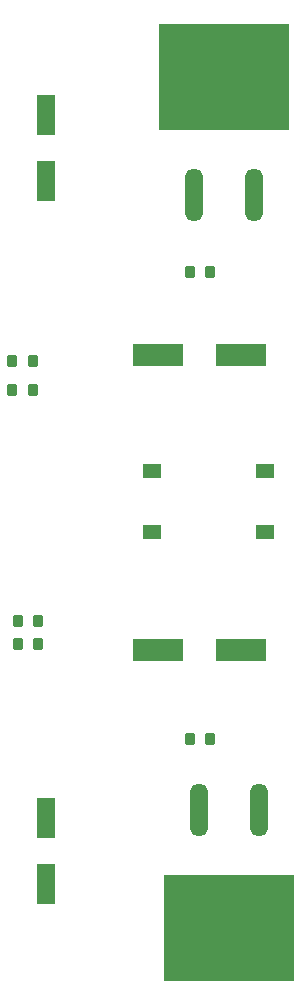
<source format=gtp>
%FSLAX23Y23*%
%MOMM*%
%SFA1B1*%

%IPPOS*%
%AMD14*
4,1,8,-0.449580,0.386080,-0.449580,-0.386080,-0.337820,-0.500380,0.337820,-0.500380,0.449580,-0.386080,0.449580,0.386080,0.337820,0.500380,-0.337820,0.500380,-0.449580,0.386080,0.0*
1,1,0.226000,-0.337820,0.386080*
1,1,0.226000,-0.337820,-0.386080*
1,1,0.226000,0.337820,-0.386080*
1,1,0.226000,0.337820,0.386080*
%
%ADD10R,1.519997X1.199998*%
%ADD11O,1.499997X4.499991*%
%ADD12O,1.499997X4.499991*%
%ADD13R,10.999978X8.999982*%
G04~CAMADD=14~8~0.0~0.0~393.7~354.3~44.5~0.0~15~0.0~0.0~0.0~0.0~0~0.0~0.0~0.0~0.0~0~0.0~0.0~0.0~90.0~354.0~394.0*
%ADD14D14*%
%ADD15R,1.599997X3.499993*%
%ADD16R,4.199992X1.899996*%
%LNanalogpsu-1*%
%LPD*%
G54D10*
X18999Y44999D03*
X28499D03*
X18999Y50199D03*
X28499D03*
G54D11*
X22919Y21499D03*
X27579Y73499D03*
G54D12*
X27999Y21499D03*
X22499Y73499D03*
G54D13*
X25459Y11474D03*
X25039Y83524D03*
G54D14*
X8849Y56999D03*
X7149D03*
Y59499D03*
X8849D03*
X22149Y66999D03*
X23849D03*
Y27499D03*
X22149D03*
X9349Y35499D03*
X7649D03*
Y37499D03*
X9349D03*
G54D15*
X9999Y74699D03*
Y80299D03*
Y15199D03*
Y20799D03*
G54D16*
X19499Y59999D03*
X26499D03*
Y34999D03*
X19499D03*
M02*
</source>
